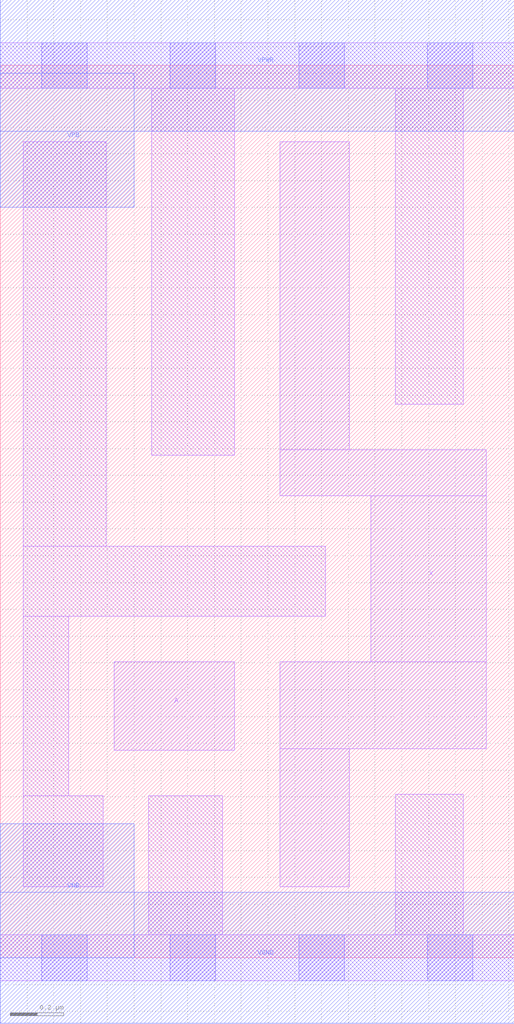
<source format=lef>
# Copyright 2020 The SkyWater PDK Authors
#
# Licensed under the Apache License, Version 2.0 (the "License");
# you may not use this file except in compliance with the License.
# You may obtain a copy of the License at
#
#     https://www.apache.org/licenses/LICENSE-2.0
#
# Unless required by applicable law or agreed to in writing, software
# distributed under the License is distributed on an "AS IS" BASIS,
# WITHOUT WARRANTIES OR CONDITIONS OF ANY KIND, either express or implied.
# See the License for the specific language governing permissions and
# limitations under the License.
#
# SPDX-License-Identifier: Apache-2.0

VERSION 5.5 ;
NAMESCASESENSITIVE ON ;
BUSBITCHARS "[]" ;
DIVIDERCHAR "/" ;
MACRO sky130_fd_sc_lp__clkbuf_2
  CLASS CORE ;
  SOURCE USER ;
  ORIGIN  0.000000  0.000000 ;
  SIZE  1.920000 BY  3.330000 ;
  SYMMETRY X Y R90 ;
  SITE unit ;
  PIN A
    ANTENNAGATEAREA  0.252000 ;
    DIRECTION INPUT ;
    USE SIGNAL ;
    PORT
      LAYER li1 ;
        RECT 0.425000 0.775000 0.875000 1.105000 ;
    END
  END A
  PIN X
    ANTENNADIFFAREA  0.470400 ;
    DIRECTION OUTPUT ;
    USE SIGNAL ;
    PORT
      LAYER li1 ;
        RECT 1.045000 0.265000 1.305000 0.780000 ;
        RECT 1.045000 0.780000 1.815000 1.105000 ;
        RECT 1.045000 1.725000 1.815000 1.895000 ;
        RECT 1.045000 1.895000 1.305000 3.045000 ;
        RECT 1.385000 1.105000 1.815000 1.725000 ;
    END
  END X
  PIN VGND
    DIRECTION INOUT ;
    USE GROUND ;
    PORT
      LAYER met1 ;
        RECT 0.000000 -0.245000 1.920000 0.245000 ;
    END
  END VGND
  PIN VNB
    DIRECTION INOUT ;
    USE GROUND ;
    PORT
      LAYER met1 ;
        RECT 0.000000 0.000000 0.500000 0.500000 ;
    END
  END VNB
  PIN VPB
    DIRECTION INOUT ;
    USE POWER ;
    PORT
      LAYER met1 ;
        RECT 0.000000 2.800000 0.500000 3.300000 ;
    END
  END VPB
  PIN VPWR
    DIRECTION INOUT ;
    USE POWER ;
    PORT
      LAYER met1 ;
        RECT 0.000000 3.085000 1.920000 3.575000 ;
    END
  END VPWR
  OBS
    LAYER li1 ;
      RECT 0.000000 -0.085000 1.920000 0.085000 ;
      RECT 0.000000  3.245000 1.920000 3.415000 ;
      RECT 0.085000  0.265000 0.385000 0.605000 ;
      RECT 0.085000  0.605000 0.255000 1.275000 ;
      RECT 0.085000  1.275000 1.215000 1.535000 ;
      RECT 0.085000  1.535000 0.395000 3.045000 ;
      RECT 0.555000  0.085000 0.830000 0.605000 ;
      RECT 0.565000  1.875000 0.875000 3.245000 ;
      RECT 1.475000  0.085000 1.730000 0.610000 ;
      RECT 1.475000  2.065000 1.730000 3.245000 ;
    LAYER mcon ;
      RECT 0.155000 -0.085000 0.325000 0.085000 ;
      RECT 0.155000  3.245000 0.325000 3.415000 ;
      RECT 0.635000 -0.085000 0.805000 0.085000 ;
      RECT 0.635000  3.245000 0.805000 3.415000 ;
      RECT 1.115000 -0.085000 1.285000 0.085000 ;
      RECT 1.115000  3.245000 1.285000 3.415000 ;
      RECT 1.595000 -0.085000 1.765000 0.085000 ;
      RECT 1.595000  3.245000 1.765000 3.415000 ;
  END
END sky130_fd_sc_lp__clkbuf_2
END LIBRARY

</source>
